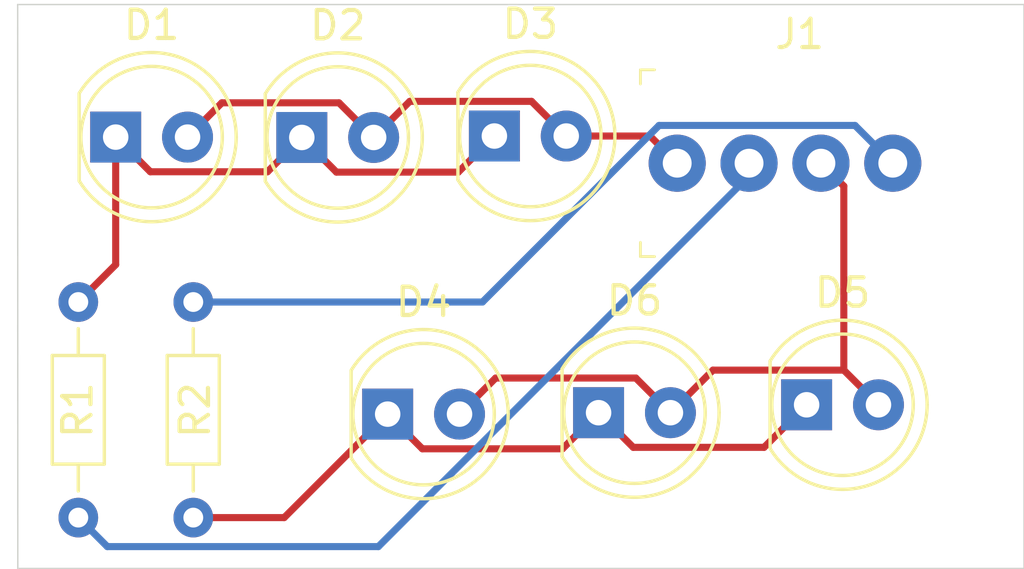
<source format=kicad_pcb>
(kicad_pcb (version 20171130) (host pcbnew "(5.1.6-0-10_14)")

  (general
    (thickness 1.6)
    (drawings 4)
    (tracks 40)
    (zones 0)
    (modules 9)
    (nets 7)
  )

  (page A4)
  (layers
    (0 F.Cu signal)
    (31 B.Cu signal)
    (32 B.Adhes user)
    (33 F.Adhes user)
    (34 B.Paste user)
    (35 F.Paste user)
    (36 B.SilkS user)
    (37 F.SilkS user)
    (38 B.Mask user)
    (39 F.Mask user)
    (40 Dwgs.User user)
    (41 Cmts.User user)
    (42 Eco1.User user)
    (43 Eco2.User user)
    (44 Edge.Cuts user)
    (45 Margin user)
    (46 B.CrtYd user)
    (47 F.CrtYd user)
    (48 B.Fab user)
    (49 F.Fab user)
  )

  (setup
    (last_trace_width 0.25)
    (trace_clearance 0.2)
    (zone_clearance 0.508)
    (zone_45_only no)
    (trace_min 0.2)
    (via_size 0.8)
    (via_drill 0.4)
    (via_min_size 0.4)
    (via_min_drill 0.3)
    (uvia_size 0.3)
    (uvia_drill 0.1)
    (uvias_allowed no)
    (uvia_min_size 0.2)
    (uvia_min_drill 0.1)
    (edge_width 0.05)
    (segment_width 0.2)
    (pcb_text_width 0.3)
    (pcb_text_size 1.5 1.5)
    (mod_edge_width 0.12)
    (mod_text_size 1 1)
    (mod_text_width 0.15)
    (pad_size 1.524 1.524)
    (pad_drill 0.762)
    (pad_to_mask_clearance 0.05)
    (aux_axis_origin 0 0)
    (visible_elements FFFFFF7F)
    (pcbplotparams
      (layerselection 0x010fc_ffffffff)
      (usegerberextensions false)
      (usegerberattributes true)
      (usegerberadvancedattributes true)
      (creategerberjobfile true)
      (excludeedgelayer true)
      (linewidth 0.100000)
      (plotframeref false)
      (viasonmask false)
      (mode 1)
      (useauxorigin false)
      (hpglpennumber 1)
      (hpglpenspeed 20)
      (hpglpendiameter 15.000000)
      (psnegative false)
      (psa4output false)
      (plotreference true)
      (plotvalue true)
      (plotinvisibletext false)
      (padsonsilk false)
      (subtractmaskfromsilk false)
      (outputformat 1)
      (mirror false)
      (drillshape 0)
      (scaleselection 1)
      (outputdirectory "gerbers/"))
  )

  (net 0 "")
  (net 1 "Net-(D1-Pad2)")
  (net 2 "Net-(D1-Pad1)")
  (net 3 "Net-(D4-Pad2)")
  (net 4 "Net-(D4-Pad1)")
  (net 5 "Net-(J1-Pad4)")
  (net 6 "Net-(J1-Pad2)")

  (net_class Default "This is the default net class."
    (clearance 0.2)
    (trace_width 0.25)
    (via_dia 0.8)
    (via_drill 0.4)
    (uvia_dia 0.3)
    (uvia_drill 0.1)
    (add_net "Net-(D1-Pad1)")
    (add_net "Net-(D1-Pad2)")
    (add_net "Net-(D4-Pad1)")
    (add_net "Net-(D4-Pad2)")
    (add_net "Net-(J1-Pad2)")
    (add_net "Net-(J1-Pad4)")
  )

  (module Resistor_THT:R_Axial_DIN0204_L3.6mm_D1.6mm_P7.62mm_Horizontal (layer F.Cu) (tedit 5AE5139B) (tstamp 5F5316ED)
    (at 141.859 94.8182 90)
    (descr "Resistor, Axial_DIN0204 series, Axial, Horizontal, pin pitch=7.62mm, 0.167W, length*diameter=3.6*1.6mm^2, http://cdn-reichelt.de/documents/datenblatt/B400/1_4W%23YAG.pdf")
    (tags "Resistor Axial_DIN0204 series Axial Horizontal pin pitch 7.62mm 0.167W length 3.6mm diameter 1.6mm")
    (path /5F59084F)
    (fp_text reference R2 (at 3.7973 0.0635 90) (layer F.SilkS)
      (effects (font (size 1 1) (thickness 0.15)))
    )
    (fp_text value R (at 3.81 1.92 90) (layer F.Fab)
      (effects (font (size 1 1) (thickness 0.15)))
    )
    (fp_line (start 8.57 -1.05) (end -0.95 -1.05) (layer F.CrtYd) (width 0.05))
    (fp_line (start 8.57 1.05) (end 8.57 -1.05) (layer F.CrtYd) (width 0.05))
    (fp_line (start -0.95 1.05) (end 8.57 1.05) (layer F.CrtYd) (width 0.05))
    (fp_line (start -0.95 -1.05) (end -0.95 1.05) (layer F.CrtYd) (width 0.05))
    (fp_line (start 6.68 0) (end 5.73 0) (layer F.SilkS) (width 0.12))
    (fp_line (start 0.94 0) (end 1.89 0) (layer F.SilkS) (width 0.12))
    (fp_line (start 5.73 -0.92) (end 1.89 -0.92) (layer F.SilkS) (width 0.12))
    (fp_line (start 5.73 0.92) (end 5.73 -0.92) (layer F.SilkS) (width 0.12))
    (fp_line (start 1.89 0.92) (end 5.73 0.92) (layer F.SilkS) (width 0.12))
    (fp_line (start 1.89 -0.92) (end 1.89 0.92) (layer F.SilkS) (width 0.12))
    (fp_line (start 7.62 0) (end 5.61 0) (layer F.Fab) (width 0.1))
    (fp_line (start 0 0) (end 2.01 0) (layer F.Fab) (width 0.1))
    (fp_line (start 5.61 -0.8) (end 2.01 -0.8) (layer F.Fab) (width 0.1))
    (fp_line (start 5.61 0.8) (end 5.61 -0.8) (layer F.Fab) (width 0.1))
    (fp_line (start 2.01 0.8) (end 5.61 0.8) (layer F.Fab) (width 0.1))
    (fp_line (start 2.01 -0.8) (end 2.01 0.8) (layer F.Fab) (width 0.1))
    (fp_text user %R (at 3.81 0 90) (layer F.Fab)
      (effects (font (size 0.72 0.72) (thickness 0.108)))
    )
    (pad 2 thru_hole oval (at 7.62 0 90) (size 1.4 1.4) (drill 0.7) (layers *.Cu *.Mask)
      (net 5 "Net-(J1-Pad4)"))
    (pad 1 thru_hole circle (at 0 0 90) (size 1.4 1.4) (drill 0.7) (layers *.Cu *.Mask)
      (net 4 "Net-(D4-Pad1)"))
    (model ${KISYS3DMOD}/Resistor_THT.3dshapes/R_Axial_DIN0204_L3.6mm_D1.6mm_P7.62mm_Horizontal.wrl
      (at (xyz 0 0 0))
      (scale (xyz 1 1 1))
      (rotate (xyz 0 0 0))
    )
  )

  (module Resistor_THT:R_Axial_DIN0204_L3.6mm_D1.6mm_P7.62mm_Horizontal (layer F.Cu) (tedit 5AE5139B) (tstamp 5F5316D6)
    (at 137.795 87.1982 270)
    (descr "Resistor, Axial_DIN0204 series, Axial, Horizontal, pin pitch=7.62mm, 0.167W, length*diameter=3.6*1.6mm^2, http://cdn-reichelt.de/documents/datenblatt/B400/1_4W%23YAG.pdf")
    (tags "Resistor Axial_DIN0204 series Axial Horizontal pin pitch 7.62mm 0.167W length 3.6mm diameter 1.6mm")
    (path /5F58D9B3)
    (fp_text reference R1 (at 3.8227 0.0254 90) (layer F.SilkS)
      (effects (font (size 1 1) (thickness 0.15)))
    )
    (fp_text value R (at 3.81 1.92 90) (layer F.Fab)
      (effects (font (size 1 1) (thickness 0.15)))
    )
    (fp_line (start 8.57 -1.05) (end -0.95 -1.05) (layer F.CrtYd) (width 0.05))
    (fp_line (start 8.57 1.05) (end 8.57 -1.05) (layer F.CrtYd) (width 0.05))
    (fp_line (start -0.95 1.05) (end 8.57 1.05) (layer F.CrtYd) (width 0.05))
    (fp_line (start -0.95 -1.05) (end -0.95 1.05) (layer F.CrtYd) (width 0.05))
    (fp_line (start 6.68 0) (end 5.73 0) (layer F.SilkS) (width 0.12))
    (fp_line (start 0.94 0) (end 1.89 0) (layer F.SilkS) (width 0.12))
    (fp_line (start 5.73 -0.92) (end 1.89 -0.92) (layer F.SilkS) (width 0.12))
    (fp_line (start 5.73 0.92) (end 5.73 -0.92) (layer F.SilkS) (width 0.12))
    (fp_line (start 1.89 0.92) (end 5.73 0.92) (layer F.SilkS) (width 0.12))
    (fp_line (start 1.89 -0.92) (end 1.89 0.92) (layer F.SilkS) (width 0.12))
    (fp_line (start 7.62 0) (end 5.61 0) (layer F.Fab) (width 0.1))
    (fp_line (start 0 0) (end 2.01 0) (layer F.Fab) (width 0.1))
    (fp_line (start 5.61 -0.8) (end 2.01 -0.8) (layer F.Fab) (width 0.1))
    (fp_line (start 5.61 0.8) (end 5.61 -0.8) (layer F.Fab) (width 0.1))
    (fp_line (start 2.01 0.8) (end 5.61 0.8) (layer F.Fab) (width 0.1))
    (fp_line (start 2.01 -0.8) (end 2.01 0.8) (layer F.Fab) (width 0.1))
    (fp_text user %R (at 3.81 0 90) (layer F.Fab)
      (effects (font (size 0.72 0.72) (thickness 0.108)))
    )
    (pad 2 thru_hole oval (at 7.62 0 270) (size 1.4 1.4) (drill 0.7) (layers *.Cu *.Mask)
      (net 6 "Net-(J1-Pad2)"))
    (pad 1 thru_hole circle (at 0 0 270) (size 1.4 1.4) (drill 0.7) (layers *.Cu *.Mask)
      (net 2 "Net-(D1-Pad1)"))
    (model ${KISYS3DMOD}/Resistor_THT.3dshapes/R_Axial_DIN0204_L3.6mm_D1.6mm_P7.62mm_Horizontal.wrl
      (at (xyz 0 0 0))
      (scale (xyz 1 1 1))
      (rotate (xyz 0 0 0))
    )
  )

  (module digikey-footprints:PinHeader_1x4_P2.54mm_Drill1.02mm (layer F.Cu) (tedit 5A43C936) (tstamp 5F5316BF)
    (at 158.96336 82.29092)
    (descr http://www.molex.com/pdm_docs/sd/022232031_sd.pdf)
    (path /5F58CB37)
    (fp_text reference J1 (at 4.33 -4.56) (layer F.SilkS)
      (effects (font (size 1 1) (thickness 0.15)))
    )
    (fp_text value 0022232041 (at 4.08 4.52) (layer F.Fab)
      (effects (font (size 1 1) (thickness 0.15)))
    )
    (fp_line (start -1.2 -3.17) (end 8.81 -3.17) (layer F.Fab) (width 0.1))
    (fp_line (start -1.2 -3.17) (end -1.2 3.17) (layer F.Fab) (width 0.1))
    (fp_line (start -1.3 3.3) (end -0.8 3.3) (layer F.SilkS) (width 0.1))
    (fp_line (start -1.3 3.3) (end -1.3 2.8) (layer F.SilkS) (width 0.1))
    (fp_line (start -1.3 -3.3) (end -0.8 -3.3) (layer F.SilkS) (width 0.1))
    (fp_line (start -1.3 -3.3) (end -1.3 -2.8) (layer F.SilkS) (width 0.1))
    (fp_line (start 9.06 -3.42) (end -1.45 -3.42) (layer F.CrtYd) (width 0.05))
    (fp_line (start -1.45 -3.42) (end -1.45 3.42) (layer F.CrtYd) (width 0.05))
    (fp_line (start 9.06 3.42) (end -1.45 3.42) (layer F.CrtYd) (width 0.05))
    (fp_line (start -1.2 3.17) (end 8.81 3.17) (layer F.Fab) (width 0.1))
    (fp_line (start 8.81 -3.17) (end 8.81 3.17) (layer F.Fab) (width 0.1))
    (fp_line (start 9.06 -3.42) (end 9.06 3.42) (layer F.CrtYd) (width 0.05))
    (fp_text user %R (at 4.17 0) (layer F.Fab)
      (effects (font (size 1 1) (thickness 0.15)))
    )
    (pad 4 thru_hole circle (at 7.62 0) (size 2.02 2.02) (drill 1.02) (layers *.Cu *.Mask)
      (net 5 "Net-(J1-Pad4)"))
    (pad 3 thru_hole circle (at 5.08 0) (size 2.02 2.02) (drill 1.02) (layers *.Cu *.Mask)
      (net 3 "Net-(D4-Pad2)"))
    (pad 2 thru_hole circle (at 2.54 0) (size 2.02 2.02) (drill 1.02) (layers *.Cu *.Mask)
      (net 6 "Net-(J1-Pad2)"))
    (pad 1 thru_hole circle (at 0 0) (size 2.02 2.02) (drill 1.02) (layers *.Cu *.Mask)
      (net 1 "Net-(D1-Pad2)"))
  )

  (module LED_THT:LED_D5.0mm (layer F.Cu) (tedit 5995936A) (tstamp 5F5316AA)
    (at 156.1846 91.1098)
    (descr "LED, diameter 5.0mm, 2 pins, http://cdn-reichelt.de/documents/datenblatt/A500/LL-504BC2E-009.pdf")
    (tags "LED diameter 5.0mm 2 pins")
    (path /5F58FD88)
    (fp_text reference D6 (at 1.27 -3.96) (layer F.SilkS)
      (effects (font (size 1 1) (thickness 0.15)))
    )
    (fp_text value LED (at 1.27 3.96) (layer F.Fab)
      (effects (font (size 1 1) (thickness 0.15)))
    )
    (fp_line (start 4.5 -3.25) (end -1.95 -3.25) (layer F.CrtYd) (width 0.05))
    (fp_line (start 4.5 3.25) (end 4.5 -3.25) (layer F.CrtYd) (width 0.05))
    (fp_line (start -1.95 3.25) (end 4.5 3.25) (layer F.CrtYd) (width 0.05))
    (fp_line (start -1.95 -3.25) (end -1.95 3.25) (layer F.CrtYd) (width 0.05))
    (fp_line (start -1.29 -1.545) (end -1.29 1.545) (layer F.SilkS) (width 0.12))
    (fp_line (start -1.23 -1.469694) (end -1.23 1.469694) (layer F.Fab) (width 0.1))
    (fp_circle (center 1.27 0) (end 3.77 0) (layer F.SilkS) (width 0.12))
    (fp_circle (center 1.27 0) (end 3.77 0) (layer F.Fab) (width 0.1))
    (fp_text user %R (at 1.25 0) (layer F.Fab)
      (effects (font (size 0.8 0.8) (thickness 0.2)))
    )
    (fp_arc (start 1.27 0) (end -1.29 1.54483) (angle -148.9) (layer F.SilkS) (width 0.12))
    (fp_arc (start 1.27 0) (end -1.29 -1.54483) (angle 148.9) (layer F.SilkS) (width 0.12))
    (fp_arc (start 1.27 0) (end -1.23 -1.469694) (angle 299.1) (layer F.Fab) (width 0.1))
    (pad 2 thru_hole circle (at 2.54 0) (size 1.8 1.8) (drill 0.9) (layers *.Cu *.Mask)
      (net 3 "Net-(D4-Pad2)"))
    (pad 1 thru_hole rect (at 0 0) (size 1.8 1.8) (drill 0.9) (layers *.Cu *.Mask)
      (net 4 "Net-(D4-Pad1)"))
    (model ${KISYS3DMOD}/LED_THT.3dshapes/LED_D5.0mm.wrl
      (at (xyz 0 0 0))
      (scale (xyz 1 1 1))
      (rotate (xyz 0 0 0))
    )
  )

  (module LED_THT:LED_D5.0mm (layer F.Cu) (tedit 5995936A) (tstamp 5F531698)
    (at 163.5379 90.8304)
    (descr "LED, diameter 5.0mm, 2 pins, http://cdn-reichelt.de/documents/datenblatt/A500/LL-504BC2E-009.pdf")
    (tags "LED diameter 5.0mm 2 pins")
    (path /5F58F934)
    (fp_text reference D5 (at 1.27 -3.96) (layer F.SilkS)
      (effects (font (size 1 1) (thickness 0.15)))
    )
    (fp_text value LED (at 1.27 3.96) (layer F.Fab)
      (effects (font (size 1 1) (thickness 0.15)))
    )
    (fp_line (start 4.5 -3.25) (end -1.95 -3.25) (layer F.CrtYd) (width 0.05))
    (fp_line (start 4.5 3.25) (end 4.5 -3.25) (layer F.CrtYd) (width 0.05))
    (fp_line (start -1.95 3.25) (end 4.5 3.25) (layer F.CrtYd) (width 0.05))
    (fp_line (start -1.95 -3.25) (end -1.95 3.25) (layer F.CrtYd) (width 0.05))
    (fp_line (start -1.29 -1.545) (end -1.29 1.545) (layer F.SilkS) (width 0.12))
    (fp_line (start -1.23 -1.469694) (end -1.23 1.469694) (layer F.Fab) (width 0.1))
    (fp_circle (center 1.27 0) (end 3.77 0) (layer F.SilkS) (width 0.12))
    (fp_circle (center 1.27 0) (end 3.77 0) (layer F.Fab) (width 0.1))
    (fp_text user %R (at 1.25 0) (layer F.Fab)
      (effects (font (size 0.8 0.8) (thickness 0.2)))
    )
    (fp_arc (start 1.27 0) (end -1.29 1.54483) (angle -148.9) (layer F.SilkS) (width 0.12))
    (fp_arc (start 1.27 0) (end -1.29 -1.54483) (angle 148.9) (layer F.SilkS) (width 0.12))
    (fp_arc (start 1.27 0) (end -1.23 -1.469694) (angle 299.1) (layer F.Fab) (width 0.1))
    (pad 2 thru_hole circle (at 2.54 0) (size 1.8 1.8) (drill 0.9) (layers *.Cu *.Mask)
      (net 3 "Net-(D4-Pad2)"))
    (pad 1 thru_hole rect (at 0 0) (size 1.8 1.8) (drill 0.9) (layers *.Cu *.Mask)
      (net 4 "Net-(D4-Pad1)"))
    (model ${KISYS3DMOD}/LED_THT.3dshapes/LED_D5.0mm.wrl
      (at (xyz 0 0 0))
      (scale (xyz 1 1 1))
      (rotate (xyz 0 0 0))
    )
  )

  (module LED_THT:LED_D5.0mm (layer F.Cu) (tedit 5995936A) (tstamp 5F531686)
    (at 148.7297 91.1606)
    (descr "LED, diameter 5.0mm, 2 pins, http://cdn-reichelt.de/documents/datenblatt/A500/LL-504BC2E-009.pdf")
    (tags "LED diameter 5.0mm 2 pins")
    (path /5F58F44F)
    (fp_text reference D4 (at 1.27 -3.96) (layer F.SilkS)
      (effects (font (size 1 1) (thickness 0.15)))
    )
    (fp_text value LED (at 1.27 3.96) (layer F.Fab)
      (effects (font (size 1 1) (thickness 0.15)))
    )
    (fp_line (start 4.5 -3.25) (end -1.95 -3.25) (layer F.CrtYd) (width 0.05))
    (fp_line (start 4.5 3.25) (end 4.5 -3.25) (layer F.CrtYd) (width 0.05))
    (fp_line (start -1.95 3.25) (end 4.5 3.25) (layer F.CrtYd) (width 0.05))
    (fp_line (start -1.95 -3.25) (end -1.95 3.25) (layer F.CrtYd) (width 0.05))
    (fp_line (start -1.29 -1.545) (end -1.29 1.545) (layer F.SilkS) (width 0.12))
    (fp_line (start -1.23 -1.469694) (end -1.23 1.469694) (layer F.Fab) (width 0.1))
    (fp_circle (center 1.27 0) (end 3.77 0) (layer F.SilkS) (width 0.12))
    (fp_circle (center 1.27 0) (end 3.77 0) (layer F.Fab) (width 0.1))
    (fp_text user %R (at 1.25 0) (layer F.Fab)
      (effects (font (size 0.8 0.8) (thickness 0.2)))
    )
    (fp_arc (start 1.27 0) (end -1.29 1.54483) (angle -148.9) (layer F.SilkS) (width 0.12))
    (fp_arc (start 1.27 0) (end -1.29 -1.54483) (angle 148.9) (layer F.SilkS) (width 0.12))
    (fp_arc (start 1.27 0) (end -1.23 -1.469694) (angle 299.1) (layer F.Fab) (width 0.1))
    (pad 2 thru_hole circle (at 2.54 0) (size 1.8 1.8) (drill 0.9) (layers *.Cu *.Mask)
      (net 3 "Net-(D4-Pad2)"))
    (pad 1 thru_hole rect (at 0 0) (size 1.8 1.8) (drill 0.9) (layers *.Cu *.Mask)
      (net 4 "Net-(D4-Pad1)"))
    (model ${KISYS3DMOD}/LED_THT.3dshapes/LED_D5.0mm.wrl
      (at (xyz 0 0 0))
      (scale (xyz 1 1 1))
      (rotate (xyz 0 0 0))
    )
  )

  (module LED_THT:LED_D5.0mm (layer F.Cu) (tedit 5995936A) (tstamp 5F531674)
    (at 152.5016 81.3308)
    (descr "LED, diameter 5.0mm, 2 pins, http://cdn-reichelt.de/documents/datenblatt/A500/LL-504BC2E-009.pdf")
    (tags "LED diameter 5.0mm 2 pins")
    (path /5F58EE9F)
    (fp_text reference D3 (at 1.27 -3.96) (layer F.SilkS)
      (effects (font (size 1 1) (thickness 0.15)))
    )
    (fp_text value LED (at 1.27 3.96) (layer F.Fab)
      (effects (font (size 1 1) (thickness 0.15)))
    )
    (fp_line (start 4.5 -3.25) (end -1.95 -3.25) (layer F.CrtYd) (width 0.05))
    (fp_line (start 4.5 3.25) (end 4.5 -3.25) (layer F.CrtYd) (width 0.05))
    (fp_line (start -1.95 3.25) (end 4.5 3.25) (layer F.CrtYd) (width 0.05))
    (fp_line (start -1.95 -3.25) (end -1.95 3.25) (layer F.CrtYd) (width 0.05))
    (fp_line (start -1.29 -1.545) (end -1.29 1.545) (layer F.SilkS) (width 0.12))
    (fp_line (start -1.23 -1.469694) (end -1.23 1.469694) (layer F.Fab) (width 0.1))
    (fp_circle (center 1.27 0) (end 3.77 0) (layer F.SilkS) (width 0.12))
    (fp_circle (center 1.27 0) (end 3.77 0) (layer F.Fab) (width 0.1))
    (fp_text user %R (at 1.25 0) (layer F.Fab)
      (effects (font (size 0.8 0.8) (thickness 0.2)))
    )
    (fp_arc (start 1.27 0) (end -1.29 1.54483) (angle -148.9) (layer F.SilkS) (width 0.12))
    (fp_arc (start 1.27 0) (end -1.29 -1.54483) (angle 148.9) (layer F.SilkS) (width 0.12))
    (fp_arc (start 1.27 0) (end -1.23 -1.469694) (angle 299.1) (layer F.Fab) (width 0.1))
    (pad 2 thru_hole circle (at 2.54 0) (size 1.8 1.8) (drill 0.9) (layers *.Cu *.Mask)
      (net 1 "Net-(D1-Pad2)"))
    (pad 1 thru_hole rect (at 0 0) (size 1.8 1.8) (drill 0.9) (layers *.Cu *.Mask)
      (net 2 "Net-(D1-Pad1)"))
    (model ${KISYS3DMOD}/LED_THT.3dshapes/LED_D5.0mm.wrl
      (at (xyz 0 0 0))
      (scale (xyz 1 1 1))
      (rotate (xyz 0 0 0))
    )
  )

  (module LED_THT:LED_D5.0mm (layer F.Cu) (tedit 5995936A) (tstamp 5F531662)
    (at 145.6944 81.3816)
    (descr "LED, diameter 5.0mm, 2 pins, http://cdn-reichelt.de/documents/datenblatt/A500/LL-504BC2E-009.pdf")
    (tags "LED diameter 5.0mm 2 pins")
    (path /5F58EA85)
    (fp_text reference D2 (at 1.27 -3.96) (layer F.SilkS)
      (effects (font (size 1 1) (thickness 0.15)))
    )
    (fp_text value LED (at 1.27 3.96) (layer F.Fab)
      (effects (font (size 1 1) (thickness 0.15)))
    )
    (fp_line (start 4.5 -3.25) (end -1.95 -3.25) (layer F.CrtYd) (width 0.05))
    (fp_line (start 4.5 3.25) (end 4.5 -3.25) (layer F.CrtYd) (width 0.05))
    (fp_line (start -1.95 3.25) (end 4.5 3.25) (layer F.CrtYd) (width 0.05))
    (fp_line (start -1.95 -3.25) (end -1.95 3.25) (layer F.CrtYd) (width 0.05))
    (fp_line (start -1.29 -1.545) (end -1.29 1.545) (layer F.SilkS) (width 0.12))
    (fp_line (start -1.23 -1.469694) (end -1.23 1.469694) (layer F.Fab) (width 0.1))
    (fp_circle (center 1.27 0) (end 3.77 0) (layer F.SilkS) (width 0.12))
    (fp_circle (center 1.27 0) (end 3.77 0) (layer F.Fab) (width 0.1))
    (fp_text user %R (at 1.25 0) (layer F.Fab)
      (effects (font (size 0.8 0.8) (thickness 0.2)))
    )
    (fp_arc (start 1.27 0) (end -1.29 1.54483) (angle -148.9) (layer F.SilkS) (width 0.12))
    (fp_arc (start 1.27 0) (end -1.29 -1.54483) (angle 148.9) (layer F.SilkS) (width 0.12))
    (fp_arc (start 1.27 0) (end -1.23 -1.469694) (angle 299.1) (layer F.Fab) (width 0.1))
    (pad 2 thru_hole circle (at 2.54 0) (size 1.8 1.8) (drill 0.9) (layers *.Cu *.Mask)
      (net 1 "Net-(D1-Pad2)"))
    (pad 1 thru_hole rect (at 0 0) (size 1.8 1.8) (drill 0.9) (layers *.Cu *.Mask)
      (net 2 "Net-(D1-Pad1)"))
    (model ${KISYS3DMOD}/LED_THT.3dshapes/LED_D5.0mm.wrl
      (at (xyz 0 0 0))
      (scale (xyz 1 1 1))
      (rotate (xyz 0 0 0))
    )
  )

  (module LED_THT:LED_D5.0mm (layer F.Cu) (tedit 5995936A) (tstamp 5F531650)
    (at 139.1158 81.3689)
    (descr "LED, diameter 5.0mm, 2 pins, http://cdn-reichelt.de/documents/datenblatt/A500/LL-504BC2E-009.pdf")
    (tags "LED diameter 5.0mm 2 pins")
    (path /5F58DDBB)
    (fp_text reference D1 (at 1.27 -3.96) (layer F.SilkS)
      (effects (font (size 1 1) (thickness 0.15)))
    )
    (fp_text value LED (at 1.27 3.96) (layer F.Fab)
      (effects (font (size 1 1) (thickness 0.15)))
    )
    (fp_line (start 4.5 -3.25) (end -1.95 -3.25) (layer F.CrtYd) (width 0.05))
    (fp_line (start 4.5 3.25) (end 4.5 -3.25) (layer F.CrtYd) (width 0.05))
    (fp_line (start -1.95 3.25) (end 4.5 3.25) (layer F.CrtYd) (width 0.05))
    (fp_line (start -1.95 -3.25) (end -1.95 3.25) (layer F.CrtYd) (width 0.05))
    (fp_line (start -1.29 -1.545) (end -1.29 1.545) (layer F.SilkS) (width 0.12))
    (fp_line (start -1.23 -1.469694) (end -1.23 1.469694) (layer F.Fab) (width 0.1))
    (fp_circle (center 1.27 0) (end 3.77 0) (layer F.SilkS) (width 0.12))
    (fp_circle (center 1.27 0) (end 3.77 0) (layer F.Fab) (width 0.1))
    (fp_text user %R (at 1.25 0) (layer F.Fab)
      (effects (font (size 0.8 0.8) (thickness 0.2)))
    )
    (fp_arc (start 1.27 0) (end -1.29 1.54483) (angle -148.9) (layer F.SilkS) (width 0.12))
    (fp_arc (start 1.27 0) (end -1.29 -1.54483) (angle 148.9) (layer F.SilkS) (width 0.12))
    (fp_arc (start 1.27 0) (end -1.23 -1.469694) (angle 299.1) (layer F.Fab) (width 0.1))
    (pad 2 thru_hole circle (at 2.54 0) (size 1.8 1.8) (drill 0.9) (layers *.Cu *.Mask)
      (net 1 "Net-(D1-Pad2)"))
    (pad 1 thru_hole rect (at 0 0) (size 1.8 1.8) (drill 0.9) (layers *.Cu *.Mask)
      (net 2 "Net-(D1-Pad1)"))
    (model ${KISYS3DMOD}/LED_THT.3dshapes/LED_D5.0mm.wrl
      (at (xyz 0 0 0))
      (scale (xyz 1 1 1))
      (rotate (xyz 0 0 0))
    )
  )

  (gr_line (start 171.2214 76.6826) (end 171.2214 96.61652) (layer Edge.Cuts) (width 0.05))
  (gr_line (start 171.2214 96.61652) (end 135.65632 96.61652) (layer Edge.Cuts) (width 0.05))
  (gr_line (start 135.65632 96.61652) (end 135.65124 76.6826) (layer Edge.Cuts) (width 0.05))
  (gr_line (start 135.65124 76.6826) (end 171.2214 76.6826) (layer Edge.Cuts) (width 0.05))

  (segment (start 147.009399 80.156599) (end 148.2344 81.3816) (width 0.25) (layer F.Cu) (net 1))
  (segment (start 142.868101 80.156599) (end 147.009399 80.156599) (width 0.25) (layer F.Cu) (net 1))
  (segment (start 141.6558 81.3689) (end 142.868101 80.156599) (width 0.25) (layer F.Cu) (net 1))
  (segment (start 153.816599 80.105799) (end 155.0416 81.3308) (width 0.25) (layer F.Cu) (net 1))
  (segment (start 149.510201 80.105799) (end 153.816599 80.105799) (width 0.25) (layer F.Cu) (net 1))
  (segment (start 148.2344 81.3816) (end 149.510201 80.105799) (width 0.25) (layer F.Cu) (net 1))
  (segment (start 158.00324 81.3308) (end 158.96336 82.29092) (width 0.25) (layer F.Cu) (net 1))
  (segment (start 155.0416 81.3308) (end 158.00324 81.3308) (width 0.25) (layer F.Cu) (net 1))
  (segment (start 139.1158 85.8774) (end 137.795 87.1982) (width 0.25) (layer F.Cu) (net 2))
  (segment (start 139.1158 81.3689) (end 139.1158 85.8774) (width 0.25) (layer F.Cu) (net 2))
  (segment (start 144.482099 82.593901) (end 145.6944 81.3816) (width 0.25) (layer F.Cu) (net 2))
  (segment (start 140.340801 82.593901) (end 144.482099 82.593901) (width 0.25) (layer F.Cu) (net 2))
  (segment (start 139.1158 81.3689) (end 140.340801 82.593901) (width 0.25) (layer F.Cu) (net 2))
  (segment (start 146.919401 82.606601) (end 145.6944 81.3816) (width 0.25) (layer F.Cu) (net 2))
  (segment (start 151.225799 82.606601) (end 146.919401 82.606601) (width 0.25) (layer F.Cu) (net 2))
  (segment (start 152.5016 81.3308) (end 151.225799 82.606601) (width 0.25) (layer F.Cu) (net 2))
  (segment (start 157.499599 89.884799) (end 158.7246 91.1098) (width 0.25) (layer F.Cu) (net 3))
  (segment (start 152.545501 89.884799) (end 157.499599 89.884799) (width 0.25) (layer F.Cu) (net 3))
  (segment (start 151.2697 91.1606) (end 152.545501 89.884799) (width 0.25) (layer F.Cu) (net 3))
  (segment (start 164.852899 89.605399) (end 166.0779 90.8304) (width 0.25) (layer F.Cu) (net 3))
  (segment (start 160.229001 89.605399) (end 164.852899 89.605399) (width 0.25) (layer F.Cu) (net 3))
  (segment (start 158.7246 91.1098) (end 160.229001 89.605399) (width 0.25) (layer F.Cu) (net 3))
  (segment (start 164.852899 83.100459) (end 164.04336 82.29092) (width 0.25) (layer F.Cu) (net 3))
  (segment (start 164.852899 89.605399) (end 164.852899 83.100459) (width 0.25) (layer F.Cu) (net 3))
  (segment (start 145.0721 94.8182) (end 148.7297 91.1606) (width 0.25) (layer F.Cu) (net 4))
  (segment (start 141.859 94.8182) (end 145.0721 94.8182) (width 0.25) (layer F.Cu) (net 4))
  (segment (start 154.908799 92.385601) (end 156.1846 91.1098) (width 0.25) (layer F.Cu) (net 4))
  (segment (start 149.954701 92.385601) (end 154.908799 92.385601) (width 0.25) (layer F.Cu) (net 4))
  (segment (start 148.7297 91.1606) (end 149.954701 92.385601) (width 0.25) (layer F.Cu) (net 4))
  (segment (start 162.033499 92.334801) (end 163.5379 90.8304) (width 0.25) (layer F.Cu) (net 4))
  (segment (start 157.409601 92.334801) (end 162.033499 92.334801) (width 0.25) (layer F.Cu) (net 4))
  (segment (start 156.1846 91.1098) (end 157.409601 92.334801) (width 0.25) (layer F.Cu) (net 4))
  (segment (start 165.248359 80.955919) (end 166.58336 82.29092) (width 0.25) (layer B.Cu) (net 5))
  (segment (start 152.080278 87.1982) (end 158.322559 80.955919) (width 0.25) (layer B.Cu) (net 5))
  (segment (start 158.322559 80.955919) (end 165.248359 80.955919) (width 0.25) (layer B.Cu) (net 5))
  (segment (start 141.859 87.1982) (end 152.080278 87.1982) (width 0.25) (layer B.Cu) (net 5))
  (segment (start 148.400101 95.843201) (end 161.50336 82.739942) (width 0.25) (layer B.Cu) (net 6))
  (segment (start 161.50336 82.739942) (end 161.50336 82.29092) (width 0.25) (layer B.Cu) (net 6))
  (segment (start 138.820001 95.843201) (end 148.400101 95.843201) (width 0.25) (layer B.Cu) (net 6))
  (segment (start 137.795 94.8182) (end 138.820001 95.843201) (width 0.25) (layer B.Cu) (net 6))

)

</source>
